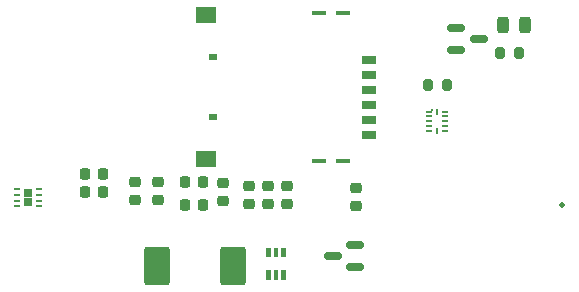
<source format=gbr>
%TF.GenerationSoftware,KiCad,Pcbnew,8.0.5*%
%TF.CreationDate,2024-09-13T15:02:39+03:00*%
%TF.ProjectId,LEXI-R422,4c455849-2d52-4343-9232-2e6b69636164,rev?*%
%TF.SameCoordinates,Original*%
%TF.FileFunction,Paste,Top*%
%TF.FilePolarity,Positive*%
%FSLAX46Y46*%
G04 Gerber Fmt 4.6, Leading zero omitted, Abs format (unit mm)*
G04 Created by KiCad (PCBNEW 8.0.5) date 2024-09-13 15:02:39*
%MOMM*%
%LPD*%
G01*
G04 APERTURE LIST*
G04 Aperture macros list*
%AMRoundRect*
0 Rectangle with rounded corners*
0 $1 Rounding radius*
0 $2 $3 $4 $5 $6 $7 $8 $9 X,Y pos of 4 corners*
0 Add a 4 corners polygon primitive as box body*
4,1,4,$2,$3,$4,$5,$6,$7,$8,$9,$2,$3,0*
0 Add four circle primitives for the rounded corners*
1,1,$1+$1,$2,$3*
1,1,$1+$1,$4,$5*
1,1,$1+$1,$6,$7*
1,1,$1+$1,$8,$9*
0 Add four rect primitives between the rounded corners*
20,1,$1+$1,$2,$3,$4,$5,0*
20,1,$1+$1,$4,$5,$6,$7,0*
20,1,$1+$1,$6,$7,$8,$9,0*
20,1,$1+$1,$8,$9,$2,$3,0*%
G04 Aperture macros list end*
%ADD10C,0.010000*%
%ADD11RoundRect,0.225000X0.250000X-0.225000X0.250000X0.225000X-0.250000X0.225000X-0.250000X-0.225000X0*%
%ADD12RoundRect,0.250001X-0.837499X-1.399999X0.837499X-1.399999X0.837499X1.399999X-0.837499X1.399999X0*%
%ADD13RoundRect,0.225000X-0.225000X-0.250000X0.225000X-0.250000X0.225000X0.250000X-0.225000X0.250000X0*%
%ADD14RoundRect,0.150000X-0.587500X-0.150000X0.587500X-0.150000X0.587500X0.150000X-0.587500X0.150000X0*%
%ADD15R,1.150000X0.650000*%
%ADD16R,1.300000X0.450000*%
%ADD17R,1.700000X1.400000*%
%ADD18R,0.800000X0.540000*%
%ADD19R,0.600000X0.200000*%
%ADD20R,0.150000X0.250000*%
%ADD21R,0.200000X0.600000*%
%ADD22RoundRect,0.200000X-0.200000X-0.275000X0.200000X-0.275000X0.200000X0.275000X-0.200000X0.275000X0*%
%ADD23R,0.750000X0.650000*%
%ADD24RoundRect,0.062500X-0.187500X-0.062500X0.187500X-0.062500X0.187500X0.062500X-0.187500X0.062500X0*%
%ADD25RoundRect,0.200000X0.200000X0.275000X-0.200000X0.275000X-0.200000X-0.275000X0.200000X-0.275000X0*%
%ADD26RoundRect,0.225000X-0.250000X0.225000X-0.250000X-0.225000X0.250000X-0.225000X0.250000X0.225000X0*%
%ADD27C,0.500000*%
%ADD28RoundRect,0.243750X-0.243750X-0.456250X0.243750X-0.456250X0.243750X0.456250X-0.243750X0.456250X0*%
%ADD29RoundRect,0.150000X0.587500X0.150000X-0.587500X0.150000X-0.587500X-0.150000X0.587500X-0.150000X0*%
G04 APERTURE END LIST*
D10*
%TO.C,D1*%
X46900000Y1176111D02*
X46598454Y1176111D01*
X46598454Y1925000D01*
X46900000Y1925000D01*
X46900000Y1176111D01*
G36*
X46900000Y1176111D02*
G01*
X46598454Y1176111D01*
X46598454Y1925000D01*
X46900000Y1925000D01*
X46900000Y1176111D01*
G37*
X46900000Y-725920D02*
X46599445Y-725920D01*
X46599445Y25000D01*
X46900000Y25000D01*
X46900000Y-725920D01*
G36*
X46900000Y-725920D02*
G01*
X46599445Y-725920D01*
X46599445Y25000D01*
X46900000Y25000D01*
X46900000Y-725920D01*
G37*
X47550000Y-726250D02*
X47249858Y-726250D01*
X47249858Y25000D01*
X47550000Y25000D01*
X47550000Y-726250D01*
G36*
X47550000Y-726250D02*
G01*
X47249858Y-726250D01*
X47249858Y25000D01*
X47550000Y25000D01*
X47550000Y-726250D01*
G37*
X47550000Y1175076D02*
X47249980Y1175076D01*
X47249980Y1925000D01*
X47550000Y1925000D01*
X47550000Y1175076D01*
G36*
X47550000Y1175076D02*
G01*
X47249980Y1175076D01*
X47249980Y1925000D01*
X47550000Y1925000D01*
X47550000Y1175076D01*
G37*
X48200000Y1175043D02*
X47900037Y1175043D01*
X47900037Y1925000D01*
X48200000Y1925000D01*
X48200000Y1175043D01*
G36*
X48200000Y1175043D02*
G01*
X47900037Y1175043D01*
X47900037Y1925000D01*
X48200000Y1925000D01*
X48200000Y1175043D01*
G37*
X48200000Y-726090D02*
X47900413Y-726090D01*
X47900413Y25000D01*
X48200000Y25000D01*
X48200000Y-726090D01*
G36*
X48200000Y-726090D02*
G01*
X47900413Y-726090D01*
X47900413Y25000D01*
X48200000Y25000D01*
X48200000Y-726090D01*
G37*
%TD*%
D11*
%TO.C,C1*%
X48400000Y5625000D03*
X48400000Y7175000D03*
%TD*%
%TO.C,C2*%
X46800000Y5625000D03*
X46800000Y7175000D03*
%TD*%
%TO.C,C3*%
X45200000Y5625000D03*
X45200000Y7175000D03*
%TD*%
%TO.C,C4*%
X54200000Y5425000D03*
X54200000Y6975000D03*
%TD*%
D12*
%TO.C,C6*%
X37412500Y400000D03*
X43787500Y400000D03*
%TD*%
D11*
%TO.C,C7*%
X37500000Y5950000D03*
X37500000Y7500000D03*
%TD*%
D13*
%TO.C,C8*%
X31250000Y8174800D03*
X32800000Y8174800D03*
%TD*%
%TO.C,C9*%
X39725000Y5500000D03*
X41275000Y5500000D03*
%TD*%
%TO.C,C10*%
X31250000Y6600000D03*
X32800000Y6600000D03*
%TD*%
%TO.C,C11*%
X39725000Y7500000D03*
X41275000Y7500000D03*
%TD*%
D11*
%TO.C,C12*%
X35500000Y5950000D03*
X35500000Y7500000D03*
%TD*%
D14*
%TO.C,Q8*%
X62725000Y20550000D03*
X62725000Y18650000D03*
X64600000Y19600000D03*
%TD*%
D15*
%TO.C,J11*%
X55295000Y12745000D03*
X55295000Y15285000D03*
X55295000Y17825000D03*
X55295000Y11475000D03*
X55295000Y14015000D03*
X55295000Y16555000D03*
D16*
X53125000Y9230000D03*
X51125000Y9230000D03*
X53125000Y21770000D03*
X51125000Y21770000D03*
D17*
X41565000Y21605000D03*
X41565000Y9395000D03*
D18*
X42145000Y12960000D03*
X42145000Y18040000D03*
%TD*%
D19*
%TO.C,U2*%
X60425000Y13425000D03*
D20*
X60650000Y13600000D03*
D19*
X60425000Y13025000D03*
X60425000Y12625000D03*
X60425000Y12225000D03*
X60425000Y11825000D03*
D21*
X61075000Y11825000D03*
D19*
X61725000Y11825000D03*
X61725000Y12225000D03*
X61725000Y12625000D03*
X61725000Y13025000D03*
X61725000Y13425000D03*
D21*
X61075000Y13425000D03*
%TD*%
D22*
%TO.C,R3*%
X60300000Y15725000D03*
X61950000Y15725000D03*
%TD*%
D23*
%TO.C,U1*%
X26450000Y6550000D03*
X26450000Y5750000D03*
D24*
X25500000Y6900000D03*
X25500000Y6400000D03*
X25500000Y5900000D03*
X25500000Y5400000D03*
X27400000Y5400000D03*
X27400000Y5900000D03*
X27400000Y6400000D03*
X27400000Y6900000D03*
%TD*%
D25*
%TO.C,R2*%
X68025000Y18400000D03*
X66375000Y18400000D03*
%TD*%
D26*
%TO.C,C15*%
X43000000Y7400000D03*
X43000000Y5850000D03*
%TD*%
D27*
%TO.C,TP1*%
X71689600Y5511800D03*
%TD*%
D28*
%TO.C,D2*%
X66662500Y20800000D03*
X68537500Y20800000D03*
%TD*%
D29*
%TO.C,Q3*%
X54137500Y250000D03*
X54137500Y2150000D03*
X52262500Y1200000D03*
%TD*%
M02*

</source>
